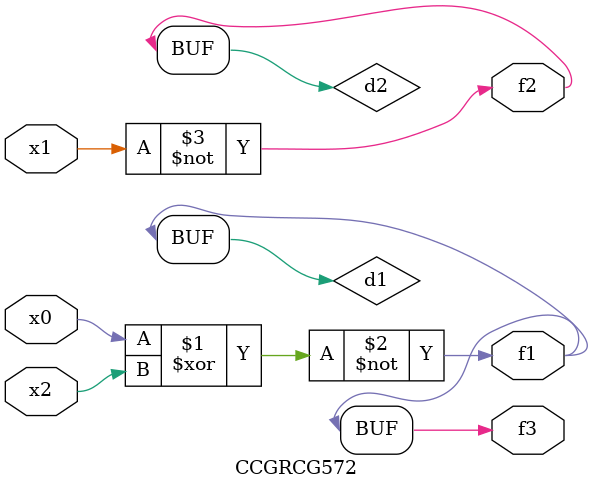
<source format=v>
module CCGRCG572(
	input x0, x1, x2,
	output f1, f2, f3
);

	wire d1, d2, d3;

	xnor (d1, x0, x2);
	nand (d2, x1);
	nor (d3, x1, x2);
	assign f1 = d1;
	assign f2 = d2;
	assign f3 = d1;
endmodule

</source>
